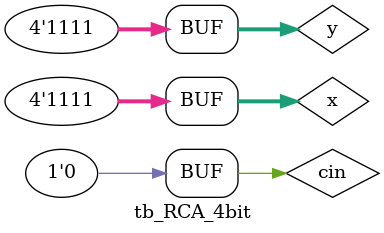
<source format=v>
`timescale 1ns/1ns
module tb_RCA_4bit();

reg[3:0] x,y;
reg cin;
wire[3:0]s;
wire c_out;

RCA_4bit u0(.s(s),.c_out(c_out), .cin(cin), .x(x), .y(y));

initial
begin
x = 4'b0000; y = 4'b0000; cin = 0;
#100;
x = 4'b0001; y = 4'b0001; cin = 0;
#100;
x = 4'b0010; y = 4'b0011; cin = 0;
#100;
x = 4'b0011; y = 4'b0111; cin = 0;
#100;
x = 4'b0100; y = 4'b0011; cin = 0;
#100;
x = 4'b0101; y = 4'b0001; cin = 0;
#100;
x = 4'b0110; y = 4'b1000; cin = 0;
#100;
x = 4'b0111; y = 4'b1001; cin = 0;
#100;
x = 4'b1111; y = 4'b1111; cin = 0;
end
endmodule

</source>
